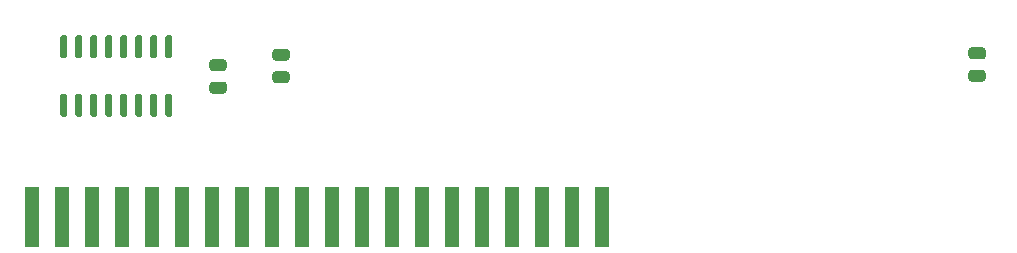
<source format=gbr>
G04 #@! TF.GenerationSoftware,KiCad,Pcbnew,(5.1.9-0-10_14)*
G04 #@! TF.CreationDate,2021-05-05T16:14:37-05:00*
G04 #@! TF.ProjectId,Prototype Card,50726f74-6f74-4797-9065-20436172642e,1.1*
G04 #@! TF.SameCoordinates,Original*
G04 #@! TF.FileFunction,Paste,Top*
G04 #@! TF.FilePolarity,Positive*
%FSLAX46Y46*%
G04 Gerber Fmt 4.6, Leading zero omitted, Abs format (unit mm)*
G04 Created by KiCad (PCBNEW (5.1.9-0-10_14)) date 2021-05-05 16:14:37*
%MOMM*%
%LPD*%
G01*
G04 APERTURE LIST*
%ADD10R,1.270000X5.080000*%
G04 APERTURE END LIST*
D10*
X163550000Y-129950000D03*
X161010000Y-129950000D03*
X158470000Y-129950000D03*
X155930000Y-129950000D03*
X153390000Y-129950000D03*
X150850000Y-129950000D03*
X148310000Y-129950000D03*
X145770000Y-129950000D03*
X143230000Y-129950000D03*
X140690000Y-129950000D03*
X138150000Y-129950000D03*
X135610000Y-129950000D03*
X133070000Y-129950000D03*
X130530000Y-129950000D03*
X127990000Y-129950000D03*
X125450000Y-129950000D03*
X122910000Y-129950000D03*
X120370000Y-129950000D03*
X117830000Y-129950000D03*
X115290000Y-129950000D03*
G36*
G01*
X194851000Y-115600000D02*
X195801000Y-115600000D01*
G75*
G02*
X196051000Y-115850000I0J-250000D01*
G01*
X196051000Y-116350000D01*
G75*
G02*
X195801000Y-116600000I-250000J0D01*
G01*
X194851000Y-116600000D01*
G75*
G02*
X194601000Y-116350000I0J250000D01*
G01*
X194601000Y-115850000D01*
G75*
G02*
X194851000Y-115600000I250000J0D01*
G01*
G37*
G36*
G01*
X194851000Y-117500000D02*
X195801000Y-117500000D01*
G75*
G02*
X196051000Y-117750000I0J-250000D01*
G01*
X196051000Y-118250000D01*
G75*
G02*
X195801000Y-118500000I-250000J0D01*
G01*
X194851000Y-118500000D01*
G75*
G02*
X194601000Y-118250000I0J250000D01*
G01*
X194601000Y-117750000D01*
G75*
G02*
X194851000Y-117500000I250000J0D01*
G01*
G37*
G36*
G01*
X131539000Y-119500000D02*
X130589000Y-119500000D01*
G75*
G02*
X130339000Y-119250000I0J250000D01*
G01*
X130339000Y-118750000D01*
G75*
G02*
X130589000Y-118500000I250000J0D01*
G01*
X131539000Y-118500000D01*
G75*
G02*
X131789000Y-118750000I0J-250000D01*
G01*
X131789000Y-119250000D01*
G75*
G02*
X131539000Y-119500000I-250000J0D01*
G01*
G37*
G36*
G01*
X131539000Y-117600000D02*
X130589000Y-117600000D01*
G75*
G02*
X130339000Y-117350000I0J250000D01*
G01*
X130339000Y-116850000D01*
G75*
G02*
X130589000Y-116600000I250000J0D01*
G01*
X131539000Y-116600000D01*
G75*
G02*
X131789000Y-116850000I0J-250000D01*
G01*
X131789000Y-117350000D01*
G75*
G02*
X131539000Y-117600000I-250000J0D01*
G01*
G37*
G36*
G01*
X135923000Y-117610000D02*
X136873000Y-117610000D01*
G75*
G02*
X137123000Y-117860000I0J-250000D01*
G01*
X137123000Y-118360000D01*
G75*
G02*
X136873000Y-118610000I-250000J0D01*
G01*
X135923000Y-118610000D01*
G75*
G02*
X135673000Y-118360000I0J250000D01*
G01*
X135673000Y-117860000D01*
G75*
G02*
X135923000Y-117610000I250000J0D01*
G01*
G37*
G36*
G01*
X135923000Y-115710000D02*
X136873000Y-115710000D01*
G75*
G02*
X137123000Y-115960000I0J-250000D01*
G01*
X137123000Y-116460000D01*
G75*
G02*
X136873000Y-116710000I-250000J0D01*
G01*
X135923000Y-116710000D01*
G75*
G02*
X135673000Y-116460000I0J250000D01*
G01*
X135673000Y-115960000D01*
G75*
G02*
X135923000Y-115710000I250000J0D01*
G01*
G37*
G36*
G01*
X126740000Y-114575000D02*
X127040000Y-114575000D01*
G75*
G02*
X127190000Y-114725000I0J-150000D01*
G01*
X127190000Y-116375000D01*
G75*
G02*
X127040000Y-116525000I-150000J0D01*
G01*
X126740000Y-116525000D01*
G75*
G02*
X126590000Y-116375000I0J150000D01*
G01*
X126590000Y-114725000D01*
G75*
G02*
X126740000Y-114575000I150000J0D01*
G01*
G37*
G36*
G01*
X125470000Y-114575000D02*
X125770000Y-114575000D01*
G75*
G02*
X125920000Y-114725000I0J-150000D01*
G01*
X125920000Y-116375000D01*
G75*
G02*
X125770000Y-116525000I-150000J0D01*
G01*
X125470000Y-116525000D01*
G75*
G02*
X125320000Y-116375000I0J150000D01*
G01*
X125320000Y-114725000D01*
G75*
G02*
X125470000Y-114575000I150000J0D01*
G01*
G37*
G36*
G01*
X124200000Y-114575000D02*
X124500000Y-114575000D01*
G75*
G02*
X124650000Y-114725000I0J-150000D01*
G01*
X124650000Y-116375000D01*
G75*
G02*
X124500000Y-116525000I-150000J0D01*
G01*
X124200000Y-116525000D01*
G75*
G02*
X124050000Y-116375000I0J150000D01*
G01*
X124050000Y-114725000D01*
G75*
G02*
X124200000Y-114575000I150000J0D01*
G01*
G37*
G36*
G01*
X122930000Y-114575000D02*
X123230000Y-114575000D01*
G75*
G02*
X123380000Y-114725000I0J-150000D01*
G01*
X123380000Y-116375000D01*
G75*
G02*
X123230000Y-116525000I-150000J0D01*
G01*
X122930000Y-116525000D01*
G75*
G02*
X122780000Y-116375000I0J150000D01*
G01*
X122780000Y-114725000D01*
G75*
G02*
X122930000Y-114575000I150000J0D01*
G01*
G37*
G36*
G01*
X121660000Y-114575000D02*
X121960000Y-114575000D01*
G75*
G02*
X122110000Y-114725000I0J-150000D01*
G01*
X122110000Y-116375000D01*
G75*
G02*
X121960000Y-116525000I-150000J0D01*
G01*
X121660000Y-116525000D01*
G75*
G02*
X121510000Y-116375000I0J150000D01*
G01*
X121510000Y-114725000D01*
G75*
G02*
X121660000Y-114575000I150000J0D01*
G01*
G37*
G36*
G01*
X120390000Y-114575000D02*
X120690000Y-114575000D01*
G75*
G02*
X120840000Y-114725000I0J-150000D01*
G01*
X120840000Y-116375000D01*
G75*
G02*
X120690000Y-116525000I-150000J0D01*
G01*
X120390000Y-116525000D01*
G75*
G02*
X120240000Y-116375000I0J150000D01*
G01*
X120240000Y-114725000D01*
G75*
G02*
X120390000Y-114575000I150000J0D01*
G01*
G37*
G36*
G01*
X119120000Y-114575000D02*
X119420000Y-114575000D01*
G75*
G02*
X119570000Y-114725000I0J-150000D01*
G01*
X119570000Y-116375000D01*
G75*
G02*
X119420000Y-116525000I-150000J0D01*
G01*
X119120000Y-116525000D01*
G75*
G02*
X118970000Y-116375000I0J150000D01*
G01*
X118970000Y-114725000D01*
G75*
G02*
X119120000Y-114575000I150000J0D01*
G01*
G37*
G36*
G01*
X117850000Y-114575000D02*
X118150000Y-114575000D01*
G75*
G02*
X118300000Y-114725000I0J-150000D01*
G01*
X118300000Y-116375000D01*
G75*
G02*
X118150000Y-116525000I-150000J0D01*
G01*
X117850000Y-116525000D01*
G75*
G02*
X117700000Y-116375000I0J150000D01*
G01*
X117700000Y-114725000D01*
G75*
G02*
X117850000Y-114575000I150000J0D01*
G01*
G37*
G36*
G01*
X117850000Y-119525000D02*
X118150000Y-119525000D01*
G75*
G02*
X118300000Y-119675000I0J-150000D01*
G01*
X118300000Y-121325000D01*
G75*
G02*
X118150000Y-121475000I-150000J0D01*
G01*
X117850000Y-121475000D01*
G75*
G02*
X117700000Y-121325000I0J150000D01*
G01*
X117700000Y-119675000D01*
G75*
G02*
X117850000Y-119525000I150000J0D01*
G01*
G37*
G36*
G01*
X119120000Y-119525000D02*
X119420000Y-119525000D01*
G75*
G02*
X119570000Y-119675000I0J-150000D01*
G01*
X119570000Y-121325000D01*
G75*
G02*
X119420000Y-121475000I-150000J0D01*
G01*
X119120000Y-121475000D01*
G75*
G02*
X118970000Y-121325000I0J150000D01*
G01*
X118970000Y-119675000D01*
G75*
G02*
X119120000Y-119525000I150000J0D01*
G01*
G37*
G36*
G01*
X120390000Y-119525000D02*
X120690000Y-119525000D01*
G75*
G02*
X120840000Y-119675000I0J-150000D01*
G01*
X120840000Y-121325000D01*
G75*
G02*
X120690000Y-121475000I-150000J0D01*
G01*
X120390000Y-121475000D01*
G75*
G02*
X120240000Y-121325000I0J150000D01*
G01*
X120240000Y-119675000D01*
G75*
G02*
X120390000Y-119525000I150000J0D01*
G01*
G37*
G36*
G01*
X121660000Y-119525000D02*
X121960000Y-119525000D01*
G75*
G02*
X122110000Y-119675000I0J-150000D01*
G01*
X122110000Y-121325000D01*
G75*
G02*
X121960000Y-121475000I-150000J0D01*
G01*
X121660000Y-121475000D01*
G75*
G02*
X121510000Y-121325000I0J150000D01*
G01*
X121510000Y-119675000D01*
G75*
G02*
X121660000Y-119525000I150000J0D01*
G01*
G37*
G36*
G01*
X122930000Y-119525000D02*
X123230000Y-119525000D01*
G75*
G02*
X123380000Y-119675000I0J-150000D01*
G01*
X123380000Y-121325000D01*
G75*
G02*
X123230000Y-121475000I-150000J0D01*
G01*
X122930000Y-121475000D01*
G75*
G02*
X122780000Y-121325000I0J150000D01*
G01*
X122780000Y-119675000D01*
G75*
G02*
X122930000Y-119525000I150000J0D01*
G01*
G37*
G36*
G01*
X124200000Y-119525000D02*
X124500000Y-119525000D01*
G75*
G02*
X124650000Y-119675000I0J-150000D01*
G01*
X124650000Y-121325000D01*
G75*
G02*
X124500000Y-121475000I-150000J0D01*
G01*
X124200000Y-121475000D01*
G75*
G02*
X124050000Y-121325000I0J150000D01*
G01*
X124050000Y-119675000D01*
G75*
G02*
X124200000Y-119525000I150000J0D01*
G01*
G37*
G36*
G01*
X125470000Y-119525000D02*
X125770000Y-119525000D01*
G75*
G02*
X125920000Y-119675000I0J-150000D01*
G01*
X125920000Y-121325000D01*
G75*
G02*
X125770000Y-121475000I-150000J0D01*
G01*
X125470000Y-121475000D01*
G75*
G02*
X125320000Y-121325000I0J150000D01*
G01*
X125320000Y-119675000D01*
G75*
G02*
X125470000Y-119525000I150000J0D01*
G01*
G37*
G36*
G01*
X126740000Y-119525000D02*
X127040000Y-119525000D01*
G75*
G02*
X127190000Y-119675000I0J-150000D01*
G01*
X127190000Y-121325000D01*
G75*
G02*
X127040000Y-121475000I-150000J0D01*
G01*
X126740000Y-121475000D01*
G75*
G02*
X126590000Y-121325000I0J150000D01*
G01*
X126590000Y-119675000D01*
G75*
G02*
X126740000Y-119525000I150000J0D01*
G01*
G37*
M02*

</source>
